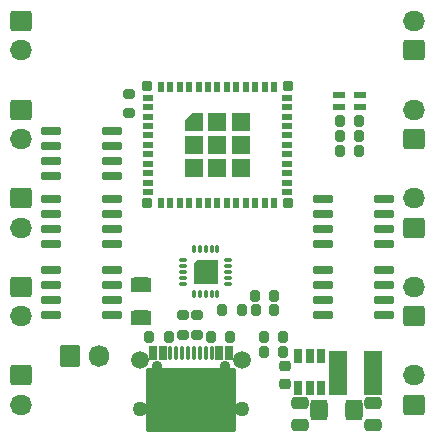
<source format=gbr>
%TF.GenerationSoftware,KiCad,Pcbnew,(6.0.5-0)*%
%TF.CreationDate,2022-05-31T15:12:58+01:00*%
%TF.ProjectId,Relay10,52656c61-7931-4302-9e6b-696361645f70,2*%
%TF.SameCoordinates,Original*%
%TF.FileFunction,Soldermask,Top*%
%TF.FilePolarity,Negative*%
%FSLAX46Y46*%
G04 Gerber Fmt 4.6, Leading zero omitted, Abs format (unit mm)*
G04 Created by KiCad (PCBNEW (6.0.5-0)) date 2022-05-31 15:12:58*
%MOMM*%
%LPD*%
G01*
G04 APERTURE LIST*
G04 Aperture macros list*
%AMRoundRect*
0 Rectangle with rounded corners*
0 $1 Rounding radius*
0 $2 $3 $4 $5 $6 $7 $8 $9 X,Y pos of 4 corners*
0 Add a 4 corners polygon primitive as box body*
4,1,4,$2,$3,$4,$5,$6,$7,$8,$9,$2,$3,0*
0 Add four circle primitives for the rounded corners*
1,1,$1+$1,$2,$3*
1,1,$1+$1,$4,$5*
1,1,$1+$1,$6,$7*
1,1,$1+$1,$8,$9*
0 Add four rect primitives between the rounded corners*
20,1,$1+$1,$2,$3,$4,$5,0*
20,1,$1+$1,$4,$5,$6,$7,0*
20,1,$1+$1,$6,$7,$8,$9,0*
20,1,$1+$1,$8,$9,$2,$3,0*%
%AMFreePoly0*
4,1,14,0.732071,0.732071,0.735000,0.725000,0.735000,-0.725000,0.732071,-0.732071,0.725000,-0.735000,-0.725000,-0.735000,-0.732071,-0.732071,-0.735000,-0.725000,-0.735000,0.130500,-0.732071,0.137571,-0.137571,0.732071,-0.130500,0.735000,0.725000,0.735000,0.732071,0.732071,0.732071,0.732071,$1*%
%AMFreePoly1*
4,1,14,1.007071,1.007071,1.010000,1.000000,1.010000,-1.000000,1.007071,-1.007071,1.000000,-1.010000,-1.000000,-1.010000,-1.007071,-1.007071,-1.010000,-1.000000,-1.010000,0.750000,-1.007071,0.757071,-0.757071,1.007071,-0.750000,1.010000,1.000000,1.010000,1.007071,1.007071,1.007071,1.007071,$1*%
G04 Aperture macros list end*
%ADD10RoundRect,0.160000X0.725000X0.150000X-0.725000X0.150000X-0.725000X-0.150000X0.725000X-0.150000X0*%
%ADD11RoundRect,0.260000X-0.675000X0.600000X-0.675000X-0.600000X0.675000X-0.600000X0.675000X0.600000X0*%
%ADD12O,1.870000X1.720000*%
%ADD13RoundRect,0.260000X0.675000X-0.600000X0.675000X0.600000X-0.675000X0.600000X-0.675000X-0.600000X0*%
%ADD14RoundRect,0.010000X-0.400000X-0.200000X0.400000X-0.200000X0.400000X0.200000X-0.400000X0.200000X0*%
%ADD15RoundRect,0.010000X-0.200000X-0.400000X0.200000X-0.400000X0.200000X0.400000X-0.200000X0.400000X0*%
%ADD16RoundRect,0.010000X-0.725000X-0.725000X0.725000X-0.725000X0.725000X0.725000X-0.725000X0.725000X0*%
%ADD17FreePoly0,0.000000*%
%ADD18RoundRect,0.010000X-0.350000X-0.350000X0.350000X-0.350000X0.350000X0.350000X-0.350000X0.350000X0*%
%ADD19RoundRect,0.072500X-0.287500X-0.062500X0.287500X-0.062500X0.287500X0.062500X-0.287500X0.062500X0*%
%ADD20RoundRect,0.072500X-0.062500X-0.287500X0.062500X-0.287500X0.062500X0.287500X-0.062500X0.287500X0*%
%ADD21FreePoly1,0.000000*%
%ADD22RoundRect,0.210000X-0.200000X-0.275000X0.200000X-0.275000X0.200000X0.275000X-0.200000X0.275000X0*%
%ADD23RoundRect,0.210000X0.200000X0.275000X-0.200000X0.275000X-0.200000X-0.275000X0.200000X-0.275000X0*%
%ADD24RoundRect,0.160000X-0.725000X-0.150000X0.725000X-0.150000X0.725000X0.150000X-0.725000X0.150000X0*%
%ADD25RoundRect,0.010000X-0.300000X-0.570000X0.300000X-0.570000X0.300000X0.570000X-0.300000X0.570000X0*%
%ADD26RoundRect,0.085000X-0.075000X-0.495000X0.075000X-0.495000X0.075000X0.495000X-0.075000X0.495000X0*%
%ADD27C,0.870000*%
%ADD28RoundRect,0.010000X-3.750000X-2.625000X3.750000X-2.625000X3.750000X2.625000X-3.750000X2.625000X0*%
%ADD29C,1.520000*%
%ADD30C,1.270000*%
%ADD31RoundRect,0.260000X0.625000X-0.375000X0.625000X0.375000X-0.625000X0.375000X-0.625000X-0.375000X0*%
%ADD32RoundRect,0.235000X0.250000X-0.225000X0.250000X0.225000X-0.250000X0.225000X-0.250000X-0.225000X0*%
%ADD33RoundRect,0.010000X0.300000X-0.550000X0.300000X0.550000X-0.300000X0.550000X-0.300000X-0.550000X0*%
%ADD34RoundRect,0.010000X0.712500X-1.850000X0.712500X1.850000X-0.712500X1.850000X-0.712500X-1.850000X0*%
%ADD35RoundRect,0.259375X-0.463125X-0.625625X0.463125X-0.625625X0.463125X0.625625X-0.463125X0.625625X0*%
%ADD36RoundRect,0.260000X-0.475000X0.250000X-0.475000X-0.250000X0.475000X-0.250000X0.475000X0.250000X0*%
%ADD37RoundRect,0.260000X-0.600000X-0.675000X0.600000X-0.675000X0.600000X0.675000X-0.600000X0.675000X0*%
%ADD38O,1.720000X1.870000*%
%ADD39RoundRect,0.210000X0.275000X-0.200000X0.275000X0.200000X-0.275000X0.200000X-0.275000X-0.200000X0*%
%ADD40RoundRect,0.210000X-0.275000X0.200000X-0.275000X-0.200000X0.275000X-0.200000X0.275000X0.200000X0*%
%ADD41RoundRect,0.010000X0.425000X0.250000X-0.425000X0.250000X-0.425000X-0.250000X0.425000X-0.250000X0*%
G04 APERTURE END LIST*
D10*
%TO.C,U5*%
X95825000Y-38655000D03*
X95825000Y-37385000D03*
X95825000Y-36115000D03*
X95825000Y-34845000D03*
X90675000Y-34845000D03*
X90675000Y-36115000D03*
X90675000Y-37385000D03*
X90675000Y-38655000D03*
%TD*%
D11*
%TO.C,J12*%
X88150000Y-33000000D03*
D12*
X88150000Y-35500000D03*
%TD*%
D13*
%TO.C,J11*%
X121350000Y-28000000D03*
D12*
X121350000Y-25500000D03*
%TD*%
D11*
%TO.C,J4*%
X88150000Y-40500000D03*
D12*
X88150000Y-43000000D03*
%TD*%
D14*
%TO.C,U1*%
X98850000Y-32000000D03*
X98850000Y-32800000D03*
X98850000Y-33600000D03*
X98850000Y-34400000D03*
X98850000Y-35200000D03*
X98850000Y-36000000D03*
X98850000Y-36800000D03*
X98850000Y-37600000D03*
X98850000Y-38400000D03*
X98850000Y-39200000D03*
X98850000Y-40000000D03*
D15*
X99950000Y-40900000D03*
X100750000Y-40900000D03*
X101550000Y-40900000D03*
X102350000Y-40900000D03*
X103150000Y-40900000D03*
X103950000Y-40900000D03*
X104750000Y-40900000D03*
X105550000Y-40900000D03*
X106350000Y-40900000D03*
X107150000Y-40900000D03*
X107950000Y-40900000D03*
X108750000Y-40900000D03*
X109550000Y-40900000D03*
D14*
X110650000Y-40000000D03*
X110650000Y-39200000D03*
X110650000Y-38400000D03*
X110650000Y-37600000D03*
X110650000Y-36800000D03*
X110650000Y-36000000D03*
X110650000Y-35200000D03*
X110650000Y-34400000D03*
X110650000Y-33600000D03*
X110650000Y-32800000D03*
X110650000Y-32000000D03*
D15*
X109550000Y-31100000D03*
X108750000Y-31100000D03*
X107950000Y-31100000D03*
X107150000Y-31100000D03*
X106350000Y-31100000D03*
X105550000Y-31100000D03*
X104750000Y-31100000D03*
X103950000Y-31100000D03*
X103150000Y-31100000D03*
X102350000Y-31100000D03*
X101550000Y-31100000D03*
X100750000Y-31100000D03*
X99950000Y-31100000D03*
D16*
X104750000Y-36000000D03*
X106725000Y-34025000D03*
X102775000Y-36000000D03*
X102775000Y-37975000D03*
X104750000Y-37975000D03*
X106725000Y-36000000D03*
D17*
X102775000Y-34025000D03*
D16*
X106725000Y-37975000D03*
X104750000Y-34025000D03*
D18*
X110700000Y-31050000D03*
X110700000Y-40950000D03*
X98800000Y-40950000D03*
X98800000Y-31050000D03*
%TD*%
D19*
%TO.C,U2*%
X101850000Y-45750000D03*
X101850000Y-46250000D03*
X101850000Y-46750000D03*
X101850000Y-47250000D03*
X101850000Y-47750000D03*
D20*
X102750000Y-48650000D03*
X103250000Y-48650000D03*
X103750000Y-48650000D03*
X104250000Y-48650000D03*
X104750000Y-48650000D03*
D19*
X105650000Y-47750000D03*
X105650000Y-47250000D03*
X105650000Y-46750000D03*
X105650000Y-46250000D03*
X105650000Y-45750000D03*
D20*
X104750000Y-44850000D03*
X104250000Y-44850000D03*
X103750000Y-44850000D03*
X103250000Y-44850000D03*
X102750000Y-44850000D03*
D21*
X103750000Y-46750000D03*
%TD*%
D22*
%TO.C,C1*%
X107975000Y-50000000D03*
X109525000Y-50000000D03*
%TD*%
D23*
%TO.C,R5*%
X105825000Y-52250000D03*
X104175000Y-52250000D03*
%TD*%
D24*
%TO.C,U7*%
X113675000Y-40595000D03*
X113675000Y-41865000D03*
X113675000Y-43135000D03*
X113675000Y-44405000D03*
X118825000Y-44405000D03*
X118825000Y-43135000D03*
X118825000Y-41865000D03*
X118825000Y-40595000D03*
%TD*%
D22*
%TO.C,R12*%
X108675000Y-53500000D03*
X110325000Y-53500000D03*
%TD*%
D25*
%TO.C,J1*%
X99300000Y-53640000D03*
X100100000Y-53640000D03*
D26*
X101250000Y-53640000D03*
X102250000Y-53640000D03*
X102750000Y-53640000D03*
X103750000Y-53640000D03*
D25*
X105700000Y-53640000D03*
X104900000Y-53640000D03*
D26*
X104250000Y-53640000D03*
X103250000Y-53640000D03*
X101750000Y-53640000D03*
X100750000Y-53640000D03*
D27*
X105390000Y-54710000D03*
D28*
X102500000Y-57625000D03*
D29*
X106820000Y-54220000D03*
D27*
X99610000Y-54710000D03*
D30*
X98180000Y-58390000D03*
D29*
X98180000Y-54220000D03*
D30*
X106820000Y-58390000D03*
%TD*%
D11*
%TO.C,J3*%
X88150000Y-25500000D03*
D12*
X88150000Y-28000000D03*
%TD*%
D22*
%TO.C,R11*%
X108675000Y-52250000D03*
X110325000Y-52250000D03*
%TD*%
%TO.C,R2*%
X105175000Y-50000000D03*
X106825000Y-50000000D03*
%TD*%
D10*
%TO.C,U6*%
X95825000Y-50405000D03*
X95825000Y-49135000D03*
X95825000Y-47865000D03*
X95825000Y-46595000D03*
X90675000Y-46595000D03*
X90675000Y-47865000D03*
X90675000Y-49135000D03*
X90675000Y-50405000D03*
%TD*%
D13*
%TO.C,J10*%
X121350000Y-35500000D03*
D12*
X121350000Y-33000000D03*
%TD*%
D31*
%TO.C,D2*%
X98250000Y-50650000D03*
X98250000Y-47850000D03*
%TD*%
D32*
%TO.C,U8*%
X110450000Y-54725000D03*
D33*
X113500000Y-53900000D03*
D34*
X114950000Y-55300000D03*
D32*
X110450000Y-56275000D03*
D35*
X113347500Y-58420000D03*
D33*
X113500000Y-56600000D03*
X111600000Y-56600000D03*
D36*
X111700000Y-57850000D03*
D33*
X112550000Y-56600000D03*
X112550000Y-53900000D03*
D36*
X111700000Y-59750000D03*
X117950000Y-59750000D03*
D35*
X116312500Y-58420000D03*
D34*
X117950000Y-55300000D03*
D36*
X117950000Y-57850000D03*
D33*
X111600000Y-53900000D03*
%TD*%
D22*
%TO.C,R3*%
X107925000Y-48750000D03*
X109575000Y-48750000D03*
%TD*%
D37*
%TO.C,J2*%
X92250000Y-53850000D03*
D38*
X94750000Y-53850000D03*
%TD*%
D23*
%TO.C,R9*%
X116775000Y-34000000D03*
X115125000Y-34000000D03*
%TD*%
D11*
%TO.C,J6*%
X88150000Y-48000000D03*
D12*
X88150000Y-50500000D03*
%TD*%
D13*
%TO.C,J7*%
X121350000Y-58000000D03*
D12*
X121350000Y-55500000D03*
%TD*%
D24*
%TO.C,U4*%
X113675000Y-46595000D03*
X113675000Y-47865000D03*
X113675000Y-49135000D03*
X113675000Y-50405000D03*
X118825000Y-50405000D03*
X118825000Y-49135000D03*
X118825000Y-47865000D03*
X118825000Y-46595000D03*
%TD*%
D13*
%TO.C,J9*%
X121350000Y-43000000D03*
D12*
X121350000Y-40500000D03*
%TD*%
D13*
%TO.C,J8*%
X121350000Y-50500000D03*
D12*
X121350000Y-48000000D03*
%TD*%
D23*
%TO.C,R8*%
X116775000Y-35250000D03*
X115125000Y-35250000D03*
%TD*%
D39*
%TO.C,R6*%
X101800000Y-52075000D03*
X101800000Y-50425000D03*
%TD*%
D40*
%TO.C,R1*%
X97250000Y-33325000D03*
X97250000Y-31675000D03*
%TD*%
%TO.C,R7*%
X103000000Y-50425000D03*
X103000000Y-52075000D03*
%TD*%
D41*
%TO.C,D1*%
X115075000Y-31800000D03*
X116825000Y-31800000D03*
X116825000Y-32800000D03*
X115075000Y-32800000D03*
%TD*%
D11*
%TO.C,J5*%
X88150000Y-55500000D03*
D12*
X88150000Y-58000000D03*
%TD*%
D23*
%TO.C,R4*%
X100625000Y-52250000D03*
X98975000Y-52250000D03*
%TD*%
%TO.C,R10*%
X116775000Y-36550000D03*
X115125000Y-36550000D03*
%TD*%
D10*
%TO.C,U3*%
X95825000Y-44405000D03*
X95825000Y-43135000D03*
X95825000Y-41865000D03*
X95825000Y-40595000D03*
X90675000Y-40595000D03*
X90675000Y-41865000D03*
X90675000Y-43135000D03*
X90675000Y-44405000D03*
%TD*%
M02*

</source>
